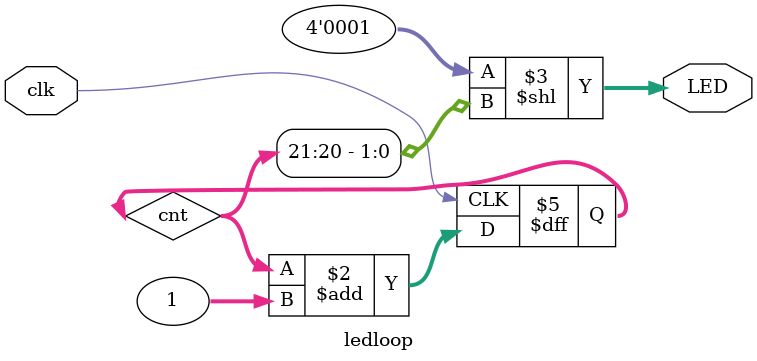
<source format=v>
module ledloop(
  input wire clk,
  output wire[3:0] LED
);

  reg[31:0] cnt = 32'h00000000;

  always @(posedge clk)
     cnt <= cnt + 1;

  assign LED = 4'b0001 << cnt[21:20];
endmodule

</source>
